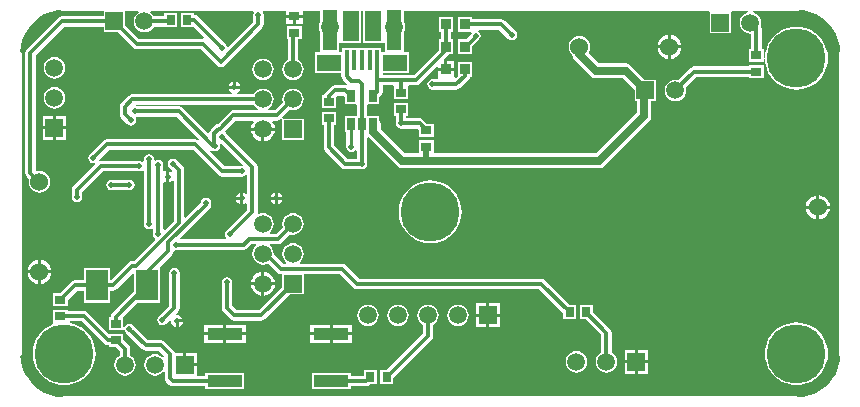
<source format=gtl>
G04 Layer_Physical_Order=1*
G04 Layer_Color=255*
%FSLAX24Y24*%
%MOIN*%
G70*
G01*
G75*
%ADD10R,0.0354X0.0315*%
%ADD11R,0.0748X0.1024*%
%ADD12R,0.1181X0.0394*%
%ADD13R,0.0354X0.0374*%
%ADD14R,0.0157X0.0689*%
%ADD15R,0.0561X0.0984*%
%ADD16R,0.0512X0.1339*%
%ADD17R,0.0315X0.0354*%
%ADD18R,0.0256X0.0433*%
%ADD19C,0.0140*%
%ADD20C,0.0100*%
%ADD21C,0.0280*%
%ADD22C,0.0200*%
%ADD23C,0.0200*%
%ADD24R,0.0591X0.0591*%
%ADD25C,0.0591*%
%ADD26R,0.0591X0.0591*%
%ADD27C,0.0600*%
%ADD28C,0.1969*%
%ADD29C,0.0472*%
%ADD30R,0.0787X0.0575*%
G36*
X7910Y12947D02*
X7890Y12916D01*
X7877Y12850D01*
Y12622D01*
X7057Y11802D01*
X7035Y11809D01*
X7006Y11822D01*
X6973Y11873D01*
X6023Y12823D01*
X5966Y12860D01*
X5900Y12873D01*
X5893D01*
Y12937D01*
X5458D01*
Y12463D01*
X5892D01*
X6238Y12117D01*
X6214Y12071D01*
X6200Y12073D01*
X4072D01*
X3605Y12540D01*
Y12997D01*
X4037D01*
X4054Y12947D01*
X3997Y12903D01*
X3940Y12829D01*
X3904Y12743D01*
X3892Y12650D01*
X3904Y12557D01*
X3940Y12471D01*
X3997Y12397D01*
X4071Y12340D01*
X4157Y12304D01*
X4250Y12292D01*
X4343Y12304D01*
X4429Y12340D01*
X4503Y12397D01*
X4560Y12471D01*
X4563Y12477D01*
X4907D01*
Y12463D01*
X5342D01*
Y12937D01*
X4907D01*
Y12823D01*
X4563D01*
X4560Y12829D01*
X4503Y12903D01*
X4446Y12947D01*
X4463Y12997D01*
X7884D01*
X7910Y12947D01*
D02*
G37*
G36*
X11533Y11942D02*
X12215D01*
Y11942D01*
X12257Y11924D01*
X12257Y11637D01*
X12214Y11619D01*
X12159D01*
X12151Y11666D01*
Y11757D01*
X10849D01*
Y11666D01*
X10841Y11619D01*
X10786D01*
X10743Y11637D01*
X10743Y11669D01*
Y11924D01*
X10785Y11942D01*
Y11942D01*
X11466D01*
Y12997D01*
X11533D01*
Y11942D01*
D02*
G37*
G36*
X26213Y13021D02*
X26437Y12968D01*
X26649Y12880D01*
X26845Y12760D01*
X27020Y12611D01*
X27169Y12436D01*
X27289Y12240D01*
X27377Y12028D01*
X27431Y11804D01*
X27441Y11669D01*
X27418Y11634D01*
X27406Y11575D01*
Y1575D01*
X27418Y1516D01*
X27441Y1481D01*
X27431Y1346D01*
X27377Y1122D01*
X27289Y910D01*
X27169Y714D01*
X27020Y539D01*
X26845Y390D01*
X26649Y270D01*
X26437Y182D01*
X26213Y129D01*
X26078Y118D01*
X26043Y141D01*
X25984Y153D01*
X1575D01*
X1516Y141D01*
X1481Y118D01*
X1346Y129D01*
X1122Y182D01*
X910Y270D01*
X714Y390D01*
X539Y539D01*
X390Y714D01*
X270Y910D01*
X182Y1122D01*
X129Y1346D01*
X118Y1481D01*
X141Y1516D01*
X153Y1575D01*
Y11575D01*
X141Y11634D01*
X118Y11669D01*
X129Y11804D01*
X182Y12028D01*
X270Y12240D01*
X390Y12436D01*
X539Y12611D01*
X714Y12760D01*
X910Y12880D01*
X1122Y12968D01*
X1346Y13021D01*
X1481Y13032D01*
X1516Y13009D01*
X1575Y12997D01*
X2895D01*
Y12823D01*
X1500D01*
X1434Y12810D01*
X1377Y12773D01*
X327Y11723D01*
X290Y11666D01*
X277Y11600D01*
Y7600D01*
X290Y7534D01*
X327Y7477D01*
X403Y7402D01*
X399Y7394D01*
X387Y7300D01*
X399Y7206D01*
X436Y7118D01*
X493Y7043D01*
X568Y6986D01*
X656Y6949D01*
X750Y6937D01*
X844Y6949D01*
X932Y6986D01*
X1007Y7043D01*
X1064Y7118D01*
X1101Y7206D01*
X1113Y7300D01*
X1101Y7394D01*
X1064Y7482D01*
X1007Y7557D01*
X932Y7614D01*
X844Y7651D01*
X750Y7663D01*
X665Y7652D01*
X632Y7678D01*
X623Y7688D01*
Y11528D01*
X1572Y12477D01*
X2895D01*
Y12295D01*
X3360D01*
X3877Y11777D01*
X3934Y11740D01*
X4000Y11727D01*
X6128D01*
X6677Y11177D01*
X6734Y11140D01*
X6800Y11127D01*
X6866Y11140D01*
X6923Y11177D01*
X8173Y12427D01*
X8210Y12484D01*
X8223Y12550D01*
Y12850D01*
X8210Y12916D01*
X8190Y12947D01*
X8216Y12997D01*
X8973D01*
Y12876D01*
X9527D01*
Y12997D01*
X10111D01*
Y12631D01*
X10081Y12558D01*
X10069Y12465D01*
X10081Y12372D01*
X10111Y12299D01*
Y11669D01*
X10111Y11637D01*
X10069Y11619D01*
X9934D01*
Y10925D01*
X10815D01*
Y10812D01*
X10828Y10745D01*
X10866Y10689D01*
X10989Y10566D01*
X10964Y10520D01*
X10948Y10523D01*
X10600D01*
X10534Y10510D01*
X10477Y10473D01*
X10277Y10273D01*
X10240Y10216D01*
X10235Y10193D01*
X10163D01*
Y9758D01*
X10637D01*
Y10142D01*
X10672Y10177D01*
X10877D01*
X10938Y10115D01*
Y9896D01*
X11314Y9896D01*
X11327Y9851D01*
Y9504D01*
X10938D01*
Y8951D01*
X10973D01*
Y8474D01*
X10985Y8415D01*
X10998Y8396D01*
X10999Y8388D01*
X11035Y8335D01*
X11088Y8299D01*
X11150Y8287D01*
X11212Y8299D01*
X11265Y8335D01*
X11277Y8352D01*
X11327Y8336D01*
Y8073D01*
X11022D01*
X10573Y8522D01*
Y9207D01*
X10637D01*
Y9642D01*
X10163D01*
Y9207D01*
X10227D01*
Y8450D01*
X10240Y8384D01*
X10277Y8327D01*
X10827Y7777D01*
X10884Y7740D01*
X10950Y7727D01*
X11500D01*
X11566Y7740D01*
X11623Y7777D01*
X11660Y7834D01*
X11673Y7900D01*
Y8760D01*
X11723Y8781D01*
X12677Y7827D01*
X12756Y7774D01*
X12850Y7755D01*
X19400D01*
X19494Y7774D01*
X19573Y7827D01*
X21073Y9327D01*
X21126Y9406D01*
X21145Y9500D01*
Y9995D01*
X21305D01*
Y10705D01*
X20941D01*
X20473Y11173D01*
X20394Y11226D01*
X20300Y11245D01*
X19401D01*
X19048Y11598D01*
X19064Y11618D01*
X19101Y11706D01*
X19113Y11800D01*
X19101Y11894D01*
X19064Y11982D01*
X19007Y12057D01*
X18932Y12114D01*
X18844Y12151D01*
X18750Y12163D01*
X18656Y12151D01*
X18568Y12114D01*
X18493Y12057D01*
X18436Y11982D01*
X18399Y11894D01*
X18387Y11800D01*
X18399Y11706D01*
X18436Y11618D01*
X18493Y11543D01*
X18509Y11531D01*
X18524Y11456D01*
X18577Y11377D01*
X19127Y10827D01*
X19206Y10774D01*
X19300Y10755D01*
X20199D01*
X20595Y10359D01*
Y9995D01*
X20655D01*
Y9601D01*
X19299Y8245D01*
X13932D01*
X13887Y8257D01*
Y8692D01*
X13413D01*
Y8257D01*
X13368Y8245D01*
X12951D01*
X12119Y9077D01*
Y9228D01*
X12100Y9321D01*
X12062Y9378D01*
Y9504D01*
X11673D01*
Y9851D01*
X11686Y9896D01*
X12062D01*
Y10115D01*
X12134Y10188D01*
X12172Y10244D01*
X12185Y10310D01*
Y10527D01*
X12527D01*
X12563Y10493D01*
Y10058D01*
X13037D01*
Y10493D01*
X13073Y10527D01*
X13300D01*
X13366Y10540D01*
X13423Y10577D01*
X13977Y11132D01*
X14023Y11112D01*
Y11100D01*
X14250D01*
Y11337D01*
X14247D01*
X14228Y11383D01*
X14398Y11553D01*
X14537D01*
Y12047D01*
X14473D01*
Y12303D01*
X14537D01*
Y12797D01*
X14063D01*
Y12303D01*
X14127D01*
Y12047D01*
X14063D01*
Y11708D01*
X13228Y10873D01*
X12185D01*
Y10925D01*
X13066D01*
Y11619D01*
X12931D01*
X12889Y11637D01*
X12889Y11669D01*
Y12299D01*
X12919Y12372D01*
X12931Y12465D01*
X12919Y12558D01*
X12889Y12631D01*
Y12997D01*
X23075D01*
X23095Y12955D01*
X23095Y12947D01*
Y12245D01*
X23805D01*
Y12947D01*
X23805Y12955D01*
X23825Y12997D01*
X24361D01*
X24364Y12947D01*
X24357Y12946D01*
X24271Y12910D01*
X24197Y12853D01*
X24140Y12779D01*
X24104Y12693D01*
X24092Y12600D01*
X24104Y12507D01*
X24140Y12421D01*
X24197Y12347D01*
X24271Y12290D01*
X24357Y12254D01*
X24450Y12242D01*
X24477Y12218D01*
Y11743D01*
X24413D01*
Y11308D01*
X24887D01*
Y11410D01*
X24937Y11412D01*
X24940Y11374D01*
X24950Y11253D01*
X24988Y11094D01*
X25051Y10942D01*
X25137Y10802D01*
X25244Y10677D01*
X25369Y10570D01*
X25509Y10484D01*
X25661Y10421D01*
X25820Y10383D01*
X25984Y10370D01*
X26148Y10383D01*
X26308Y10421D01*
X26460Y10484D01*
X26600Y10570D01*
X26725Y10677D01*
X26832Y10802D01*
X26918Y10942D01*
X26980Y11094D01*
X27019Y11253D01*
X27032Y11417D01*
X27019Y11581D01*
X26980Y11741D01*
X26918Y11893D01*
X26832Y12033D01*
X26725Y12158D01*
X26600Y12265D01*
X26460Y12351D01*
X26308Y12414D01*
X26148Y12452D01*
X25984Y12465D01*
X25820Y12452D01*
X25661Y12414D01*
X25509Y12351D01*
X25369Y12265D01*
X25244Y12158D01*
X25137Y12033D01*
X25051Y11893D01*
X24988Y11741D01*
X24950Y11581D01*
X24940Y11460D01*
X24937Y11422D01*
X24887Y11424D01*
Y11743D01*
X24823D01*
Y12400D01*
X24810Y12466D01*
X24791Y12495D01*
X24796Y12507D01*
X24808Y12600D01*
X24796Y12693D01*
X24760Y12779D01*
X24703Y12853D01*
X24629Y12910D01*
X24543Y12946D01*
X24536Y12947D01*
X24539Y12997D01*
X25984D01*
X26043Y13009D01*
X26078Y13032D01*
X26213Y13021D01*
D02*
G37*
%LPC*%
G36*
X9527Y12776D02*
X9300D01*
Y12568D01*
X9527D01*
Y12776D01*
D02*
G37*
G36*
X9200D02*
X8973D01*
Y12568D01*
X9200D01*
Y12776D01*
D02*
G37*
G36*
X15167Y12797D02*
X14693D01*
Y12303D01*
X15131D01*
X15158Y12253D01*
X15149Y12240D01*
X15148Y12235D01*
X14961Y12047D01*
X14693D01*
Y11553D01*
X15167D01*
Y11821D01*
X15395Y12049D01*
X15415Y12062D01*
X15451Y12115D01*
X15463Y12178D01*
X15451Y12240D01*
X15415Y12293D01*
X15365Y12327D01*
X15365Y12330D01*
X15387Y12377D01*
X16078D01*
X16377Y12077D01*
X16434Y12040D01*
X16500Y12027D01*
X16566Y12040D01*
X16623Y12077D01*
X16660Y12134D01*
X16673Y12200D01*
X16660Y12266D01*
X16623Y12323D01*
X16273Y12673D01*
X16216Y12710D01*
X16150Y12723D01*
X15167D01*
Y12797D01*
D02*
G37*
G36*
X21800Y12197D02*
Y11850D01*
X22147D01*
X22140Y11904D01*
X22099Y12002D01*
X22035Y12085D01*
X21952Y12149D01*
X21854Y12190D01*
X21800Y12197D01*
D02*
G37*
G36*
X21700D02*
X21646Y12190D01*
X21548Y12149D01*
X21465Y12085D01*
X21401Y12002D01*
X21360Y11904D01*
X21353Y11850D01*
X21700D01*
Y12197D01*
D02*
G37*
G36*
X22147Y11750D02*
X21800D01*
Y11403D01*
X21854Y11410D01*
X21952Y11451D01*
X22035Y11515D01*
X22099Y11598D01*
X22140Y11696D01*
X22147Y11750D01*
D02*
G37*
G36*
X21700D02*
X21353D01*
X21360Y11696D01*
X21401Y11598D01*
X21465Y11515D01*
X21548Y11451D01*
X21646Y11410D01*
X21700Y11403D01*
Y11750D01*
D02*
G37*
G36*
X14577Y11337D02*
X14350D01*
Y11100D01*
X14577D01*
Y11337D01*
D02*
G37*
G36*
X15167Y11297D02*
X14693D01*
Y10838D01*
X14627Y10772D01*
X14577Y10793D01*
Y11000D01*
X14300D01*
X14023D01*
Y10773D01*
X14023Y10763D01*
X13998Y10723D01*
X13850D01*
X13784Y10710D01*
X13727Y10673D01*
X13690Y10616D01*
X13677Y10550D01*
X13690Y10484D01*
X13727Y10427D01*
X13784Y10390D01*
X13850Y10377D01*
X14650D01*
X14716Y10390D01*
X14773Y10427D01*
X15052Y10707D01*
X15052Y10707D01*
X15090Y10764D01*
X15098Y10803D01*
X15167D01*
Y11297D01*
D02*
G37*
G36*
X24887Y11192D02*
X24413D01*
Y11148D01*
X22574D01*
X22508Y11135D01*
X22452Y11097D01*
X22049Y10694D01*
X22043Y10696D01*
X21950Y10708D01*
X21857Y10696D01*
X21771Y10660D01*
X21697Y10603D01*
X21640Y10529D01*
X21604Y10443D01*
X21592Y10350D01*
X21604Y10257D01*
X21640Y10171D01*
X21697Y10097D01*
X21771Y10040D01*
X21857Y10004D01*
X21950Y9992D01*
X22043Y10004D01*
X22129Y10040D01*
X22203Y10097D01*
X22260Y10171D01*
X22296Y10257D01*
X22308Y10350D01*
X22296Y10443D01*
X22294Y10449D01*
X22646Y10801D01*
X24413D01*
Y10757D01*
X24887D01*
Y11192D01*
D02*
G37*
G36*
X1250Y11458D02*
X1157Y11446D01*
X1071Y11410D01*
X997Y11353D01*
X940Y11279D01*
X904Y11193D01*
X892Y11100D01*
X904Y11007D01*
X940Y10921D01*
X997Y10847D01*
X1071Y10790D01*
X1157Y10754D01*
X1250Y10742D01*
X1343Y10754D01*
X1429Y10790D01*
X1503Y10847D01*
X1560Y10921D01*
X1596Y11007D01*
X1608Y11100D01*
X1596Y11193D01*
X1560Y11279D01*
X1503Y11353D01*
X1429Y11410D01*
X1343Y11446D01*
X1250Y11458D01*
D02*
G37*
G36*
X9487Y12492D02*
X9013D01*
Y12057D01*
X9027D01*
Y11363D01*
X9021Y11360D01*
X8947Y11303D01*
X8890Y11229D01*
X8854Y11143D01*
X8842Y11050D01*
X8854Y10957D01*
X8890Y10871D01*
X8947Y10797D01*
X9021Y10740D01*
X9107Y10704D01*
X9200Y10692D01*
X9293Y10704D01*
X9379Y10740D01*
X9453Y10797D01*
X9510Y10871D01*
X9546Y10957D01*
X9558Y11050D01*
X9546Y11143D01*
X9510Y11229D01*
X9453Y11303D01*
X9379Y11360D01*
X9373Y11363D01*
Y12057D01*
X9487D01*
Y12492D01*
D02*
G37*
G36*
X8200Y11408D02*
X8107Y11396D01*
X8021Y11360D01*
X7947Y11303D01*
X7890Y11229D01*
X7854Y11143D01*
X7842Y11050D01*
X7854Y10957D01*
X7890Y10871D01*
X7947Y10797D01*
X8021Y10740D01*
X8107Y10704D01*
X8200Y10692D01*
X8293Y10704D01*
X8379Y10740D01*
X8453Y10797D01*
X8510Y10871D01*
X8546Y10957D01*
X8558Y11050D01*
X8546Y11143D01*
X8510Y11229D01*
X8453Y11303D01*
X8379Y11360D01*
X8293Y11396D01*
X8200Y11408D01*
D02*
G37*
G36*
X7300Y10644D02*
Y10500D01*
X7444D01*
X7438Y10528D01*
X7394Y10594D01*
X7328Y10638D01*
X7300Y10644D01*
D02*
G37*
G36*
X7200D02*
X7172Y10638D01*
X7106Y10594D01*
X7062Y10528D01*
X7056Y10500D01*
X7200D01*
Y10644D01*
D02*
G37*
G36*
X1250Y10458D02*
X1157Y10446D01*
X1071Y10410D01*
X997Y10353D01*
X940Y10279D01*
X904Y10193D01*
X892Y10100D01*
X904Y10007D01*
X940Y9921D01*
X997Y9847D01*
X1071Y9790D01*
X1157Y9754D01*
X1250Y9742D01*
X1343Y9754D01*
X1429Y9790D01*
X1503Y9847D01*
X1560Y9921D01*
X1596Y10007D01*
X1608Y10100D01*
X1596Y10193D01*
X1560Y10279D01*
X1503Y10353D01*
X1429Y10410D01*
X1343Y10446D01*
X1250Y10458D01*
D02*
G37*
G36*
X9200Y10408D02*
X9107Y10396D01*
X9021Y10360D01*
X8947Y10303D01*
X8890Y10229D01*
X8854Y10143D01*
X8842Y10050D01*
X8854Y9957D01*
X8856Y9951D01*
X8593Y9689D01*
X8387D01*
X8377Y9739D01*
X8379Y9740D01*
X8453Y9797D01*
X8510Y9871D01*
X8546Y9957D01*
X8558Y10050D01*
X8546Y10143D01*
X8510Y10229D01*
X8453Y10303D01*
X8379Y10360D01*
X8293Y10396D01*
X8200Y10408D01*
X8107Y10396D01*
X8021Y10360D01*
X7947Y10303D01*
X7890Y10229D01*
X7887Y10223D01*
X7361D01*
X7346Y10273D01*
X7394Y10306D01*
X7438Y10372D01*
X7444Y10400D01*
X7056D01*
X7062Y10372D01*
X7106Y10306D01*
X7154Y10273D01*
X7139Y10223D01*
X3850D01*
X3784Y10210D01*
X3727Y10173D01*
X3477Y9923D01*
X3440Y9866D01*
X3427Y9800D01*
Y9550D01*
X3440Y9484D01*
X3477Y9427D01*
X3677Y9227D01*
X3734Y9190D01*
X3800Y9177D01*
X3866Y9190D01*
X3923Y9227D01*
X3960Y9284D01*
X3973Y9350D01*
X3960Y9416D01*
X3953Y9427D01*
X3980Y9477D01*
X5328D01*
X6071Y8733D01*
X6040Y8695D01*
X6016Y8710D01*
X5950Y8723D01*
X3000D01*
X2934Y8710D01*
X2877Y8673D01*
X2427Y8223D01*
X2390Y8166D01*
X2377Y8100D01*
X2390Y8034D01*
X2427Y7977D01*
X2484Y7940D01*
X2550Y7927D01*
X2592Y7935D01*
X2616Y7889D01*
X1877Y7150D01*
X1840Y7094D01*
X1827Y7028D01*
Y6800D01*
X1840Y6734D01*
X1877Y6677D01*
X1934Y6640D01*
X2000Y6627D01*
X2066Y6640D01*
X2123Y6677D01*
X2160Y6734D01*
X2173Y6800D01*
Y6956D01*
X2872Y7654D01*
X4078D01*
X4144Y7667D01*
X4177Y7689D01*
X4227Y7663D01*
Y5900D01*
X4240Y5834D01*
X4277Y5777D01*
X4334Y5740D01*
X4400Y5727D01*
X4466Y5740D01*
X4484Y5752D01*
X4534Y5725D01*
Y5557D01*
X4547Y5491D01*
X4585Y5435D01*
X4600Y5425D01*
X4605Y5375D01*
X3895Y4665D01*
X3842D01*
X3776Y4652D01*
X3720Y4614D01*
X3138Y4032D01*
X3088Y4044D01*
Y4422D01*
X2220D01*
Y4023D01*
X1924D01*
X1924Y4023D01*
X1858Y4010D01*
X1802Y3973D01*
X1422Y3593D01*
X1213D01*
Y3158D01*
X1687D01*
Y3368D01*
X1996Y3677D01*
X2220D01*
Y3278D01*
X3088D01*
Y3677D01*
X3201D01*
X3267Y3690D01*
X3323Y3727D01*
X3866Y4270D01*
X3912Y4251D01*
Y3661D01*
X3177Y2926D01*
X3140Y2870D01*
X3127Y2804D01*
Y2793D01*
X3063D01*
Y2358D01*
X3534D01*
X3537Y2358D01*
X3586Y2355D01*
X3590Y2334D01*
X3627Y2277D01*
X4177Y1727D01*
X4177Y1727D01*
X4234Y1690D01*
X4300Y1677D01*
X4728D01*
X4918Y1487D01*
X4914Y1457D01*
X4862Y1443D01*
X4853Y1453D01*
X4779Y1510D01*
X4693Y1546D01*
X4600Y1558D01*
X4507Y1546D01*
X4421Y1510D01*
X4347Y1453D01*
X4290Y1379D01*
X4254Y1293D01*
X4242Y1200D01*
X4254Y1107D01*
X4290Y1021D01*
X4347Y947D01*
X4421Y890D01*
X4507Y854D01*
X4600Y842D01*
X4693Y854D01*
X4779Y890D01*
X4853Y947D01*
X4877Y977D01*
X4927Y960D01*
Y750D01*
X4940Y684D01*
X4977Y627D01*
X5065Y540D01*
X5121Y502D01*
X5187Y489D01*
X6278D01*
Y406D01*
X7579D01*
Y919D01*
X6278D01*
Y836D01*
X5995D01*
Y1150D01*
X5600D01*
Y1200D01*
X5550D01*
Y1595D01*
X5264D01*
X5260Y1616D01*
X5223Y1673D01*
X4923Y1973D01*
X4866Y2010D01*
X4800Y2023D01*
X4372D01*
X3873Y2523D01*
X3816Y2560D01*
X3750Y2573D01*
X3684Y2560D01*
X3627Y2523D01*
X3590Y2466D01*
X3587Y2453D01*
X3537Y2458D01*
Y2793D01*
X3537Y2793D01*
X3537D01*
X3569Y2828D01*
X4020Y3278D01*
X4780D01*
Y4422D01*
X4780D01*
X4762Y4467D01*
X5173Y4877D01*
X5210Y4934D01*
X5223Y5000D01*
X5273Y5038D01*
X5293Y5034D01*
X7557D01*
X7624Y5047D01*
X7680Y5085D01*
X7822Y5227D01*
X7960D01*
X7977Y5177D01*
X7947Y5153D01*
X7890Y5079D01*
X7854Y4993D01*
X7842Y4900D01*
X7854Y4807D01*
X7890Y4721D01*
X7947Y4647D01*
X8021Y4590D01*
X8107Y4554D01*
X8200Y4542D01*
X8293Y4554D01*
X8369Y4586D01*
X8677Y4277D01*
X8734Y4240D01*
X8800Y4227D01*
X8845D01*
Y3790D01*
X8078Y3023D01*
X7322D01*
X7173Y3172D01*
Y3950D01*
X7160Y4016D01*
X7123Y4073D01*
X7066Y4110D01*
X7000Y4123D01*
X6934Y4110D01*
X6877Y4073D01*
X6840Y4016D01*
X6827Y3950D01*
Y3100D01*
X6840Y3034D01*
X6877Y2977D01*
X7127Y2727D01*
X7184Y2690D01*
X7250Y2677D01*
X8150D01*
X8216Y2690D01*
X8273Y2727D01*
X9090Y3545D01*
X9555D01*
Y4227D01*
X10778D01*
X11227Y3777D01*
X11284Y3740D01*
X11350Y3727D01*
X17403D01*
X18207Y2922D01*
Y2713D01*
X18642D01*
Y3187D01*
X18432D01*
X17597Y4023D01*
X17541Y4060D01*
X17474Y4073D01*
X11422D01*
X10973Y4523D01*
X10916Y4560D01*
X10850Y4573D01*
X9440D01*
X9423Y4623D01*
X9453Y4647D01*
X9510Y4721D01*
X9546Y4807D01*
X9558Y4900D01*
X9546Y4993D01*
X9510Y5079D01*
X9453Y5153D01*
X9379Y5210D01*
X9293Y5246D01*
X9200Y5258D01*
X9107Y5246D01*
X9021Y5210D01*
X8947Y5153D01*
X8890Y5079D01*
X8854Y4993D01*
X8842Y4900D01*
X8854Y4807D01*
X8890Y4721D01*
X8947Y4647D01*
X8977Y4623D01*
X8960Y4573D01*
X8872D01*
X8557Y4888D01*
X8558Y4900D01*
X8546Y4993D01*
X8510Y5079D01*
X8453Y5153D01*
X8423Y5177D01*
X8440Y5227D01*
X8700D01*
X8766Y5240D01*
X8823Y5277D01*
X9101Y5556D01*
X9107Y5554D01*
X9200Y5542D01*
X9293Y5554D01*
X9379Y5590D01*
X9453Y5647D01*
X9510Y5721D01*
X9546Y5807D01*
X9558Y5900D01*
X9546Y5993D01*
X9510Y6079D01*
X9453Y6153D01*
X9379Y6210D01*
X9293Y6246D01*
X9200Y6258D01*
X9107Y6246D01*
X9021Y6210D01*
X8947Y6153D01*
X8890Y6079D01*
X8854Y5993D01*
X8842Y5900D01*
X8854Y5807D01*
X8856Y5801D01*
X8628Y5573D01*
X8440D01*
X8423Y5623D01*
X8453Y5647D01*
X8510Y5721D01*
X8546Y5807D01*
X8558Y5900D01*
X8546Y5993D01*
X8510Y6079D01*
X8453Y6153D01*
X8379Y6210D01*
X8293Y6246D01*
X8200Y6258D01*
X8107Y6246D01*
X8060Y6226D01*
X8016Y6262D01*
X8023Y6300D01*
Y7800D01*
X8023Y7800D01*
X8010Y7866D01*
X7973Y7923D01*
X6973Y8923D01*
X6952Y8936D01*
X6946Y9001D01*
X7287Y9342D01*
X7863D01*
X7887Y9292D01*
X7855Y9249D01*
X7815Y9153D01*
X7808Y9100D01*
X8200D01*
X8592D01*
X8585Y9153D01*
X8545Y9249D01*
X8513Y9292D01*
X8537Y9342D01*
X8665D01*
X8732Y9355D01*
X8788Y9393D01*
X8795Y9400D01*
X8845Y9379D01*
X8845Y9366D01*
X8845Y9366D01*
X8845Y9366D01*
Y8695D01*
X9555D01*
Y9405D01*
X8884Y9405D01*
X8884D01*
X8884D01*
X8871Y9405D01*
X8863Y9426D01*
X8850Y9455D01*
X9101Y9706D01*
X9107Y9704D01*
X9200Y9692D01*
X9293Y9704D01*
X9379Y9740D01*
X9453Y9797D01*
X9510Y9871D01*
X9546Y9957D01*
X9558Y10050D01*
X9546Y10143D01*
X9510Y10229D01*
X9453Y10303D01*
X9379Y10360D01*
X9293Y10396D01*
X9200Y10408D01*
D02*
G37*
G36*
X1645Y9495D02*
X1300D01*
Y9150D01*
X1645D01*
Y9495D01*
D02*
G37*
G36*
X1200D02*
X855D01*
Y9150D01*
X1200D01*
Y9495D01*
D02*
G37*
G36*
X13037Y9942D02*
X12563D01*
Y9507D01*
X12627D01*
Y9250D01*
X12640Y9184D01*
X12677Y9127D01*
X12734Y9090D01*
X12800Y9077D01*
X13354D01*
X13413Y9018D01*
Y8808D01*
X13887D01*
Y9243D01*
X13678D01*
X13548Y9373D01*
X13492Y9410D01*
X13426Y9423D01*
X12973D01*
Y9507D01*
X13037D01*
Y9942D01*
D02*
G37*
G36*
X1645Y9050D02*
X1300D01*
Y8705D01*
X1645D01*
Y9050D01*
D02*
G37*
G36*
X1200D02*
X855D01*
Y8705D01*
X1200D01*
Y9050D01*
D02*
G37*
G36*
X8592Y9000D02*
X8250D01*
Y8658D01*
X8303Y8665D01*
X8399Y8705D01*
X8482Y8768D01*
X8545Y8851D01*
X8585Y8947D01*
X8592Y9000D01*
D02*
G37*
G36*
X8150D02*
X7808D01*
X7815Y8947D01*
X7855Y8851D01*
X7918Y8768D01*
X8001Y8705D01*
X8097Y8665D01*
X8150Y8658D01*
Y9000D01*
D02*
G37*
G36*
X3750Y7373D02*
X3150D01*
X3084Y7360D01*
X3027Y7323D01*
X2990Y7266D01*
X2977Y7200D01*
X2990Y7134D01*
X3027Y7077D01*
X3084Y7040D01*
X3150Y7027D01*
X3750D01*
X3816Y7040D01*
X3873Y7077D01*
X3910Y7134D01*
X3923Y7200D01*
X3910Y7266D01*
X3873Y7323D01*
X3816Y7360D01*
X3750Y7373D01*
D02*
G37*
G36*
X8700Y6944D02*
Y6800D01*
X8844D01*
X8838Y6828D01*
X8794Y6894D01*
X8728Y6938D01*
X8700Y6944D01*
D02*
G37*
G36*
X8600D02*
X8572Y6938D01*
X8506Y6894D01*
X8462Y6828D01*
X8456Y6800D01*
X8600D01*
Y6944D01*
D02*
G37*
G36*
X8844Y6700D02*
X8700D01*
Y6556D01*
X8728Y6562D01*
X8794Y6606D01*
X8838Y6672D01*
X8844Y6700D01*
D02*
G37*
G36*
X8600D02*
X8456D01*
X8462Y6672D01*
X8506Y6606D01*
X8572Y6562D01*
X8600Y6556D01*
Y6700D01*
D02*
G37*
G36*
X26750Y6847D02*
Y6500D01*
X27097D01*
X27090Y6554D01*
X27049Y6652D01*
X26985Y6735D01*
X26902Y6799D01*
X26804Y6840D01*
X26750Y6847D01*
D02*
G37*
G36*
X26650D02*
X26596Y6840D01*
X26498Y6799D01*
X26415Y6735D01*
X26351Y6652D01*
X26310Y6554D01*
X26303Y6500D01*
X26650D01*
Y6847D01*
D02*
G37*
G36*
X27097Y6400D02*
X26750D01*
Y6053D01*
X26804Y6060D01*
X26902Y6101D01*
X26985Y6165D01*
X27049Y6248D01*
X27090Y6346D01*
X27097Y6400D01*
D02*
G37*
G36*
X26650D02*
X26303D01*
X26310Y6346D01*
X26351Y6248D01*
X26415Y6165D01*
X26498Y6101D01*
X26596Y6060D01*
X26650Y6053D01*
Y6400D01*
D02*
G37*
G36*
X13780Y7347D02*
X13616Y7334D01*
X13456Y7295D01*
X13304Y7233D01*
X13164Y7147D01*
X13039Y7040D01*
X12932Y6915D01*
X12846Y6775D01*
X12783Y6623D01*
X12745Y6463D01*
X12732Y6299D01*
X12745Y6135D01*
X12783Y5976D01*
X12846Y5824D01*
X12932Y5684D01*
X13039Y5559D01*
X13164Y5452D01*
X13304Y5366D01*
X13456Y5303D01*
X13616Y5265D01*
X13780Y5252D01*
X13943Y5265D01*
X14103Y5303D01*
X14255Y5366D01*
X14395Y5452D01*
X14520Y5559D01*
X14627Y5684D01*
X14713Y5824D01*
X14776Y5976D01*
X14814Y6135D01*
X14827Y6299D01*
X14814Y6463D01*
X14776Y6623D01*
X14713Y6775D01*
X14627Y6915D01*
X14520Y7040D01*
X14395Y7147D01*
X14255Y7233D01*
X14103Y7295D01*
X13943Y7334D01*
X13780Y7347D01*
D02*
G37*
G36*
X800Y4697D02*
Y4350D01*
X1147D01*
X1140Y4404D01*
X1099Y4502D01*
X1035Y4585D01*
X952Y4649D01*
X854Y4690D01*
X800Y4697D01*
D02*
G37*
G36*
X700D02*
X646Y4690D01*
X548Y4649D01*
X465Y4585D01*
X401Y4502D01*
X360Y4404D01*
X353Y4350D01*
X700D01*
Y4697D01*
D02*
G37*
G36*
X8250Y4292D02*
Y3950D01*
X8592D01*
X8585Y4003D01*
X8545Y4099D01*
X8482Y4182D01*
X8399Y4245D01*
X8303Y4285D01*
X8250Y4292D01*
D02*
G37*
G36*
X8150D02*
X8097Y4285D01*
X8001Y4245D01*
X7918Y4182D01*
X7855Y4099D01*
X7815Y4003D01*
X7808Y3950D01*
X8150D01*
Y4292D01*
D02*
G37*
G36*
X1147Y4250D02*
X800D01*
Y3903D01*
X854Y3910D01*
X952Y3951D01*
X1035Y4015D01*
X1099Y4098D01*
X1140Y4196D01*
X1147Y4250D01*
D02*
G37*
G36*
X700D02*
X353D01*
X360Y4196D01*
X401Y4098D01*
X465Y4015D01*
X548Y3951D01*
X646Y3910D01*
X700Y3903D01*
Y4250D01*
D02*
G37*
G36*
X8592Y3850D02*
X8250D01*
Y3508D01*
X8303Y3515D01*
X8399Y3555D01*
X8482Y3618D01*
X8545Y3701D01*
X8585Y3797D01*
X8592Y3850D01*
D02*
G37*
G36*
X8150D02*
X7808D01*
X7815Y3797D01*
X7855Y3701D01*
X7918Y3618D01*
X8001Y3555D01*
X8097Y3515D01*
X8150Y3508D01*
Y3850D01*
D02*
G37*
G36*
X16095Y3245D02*
X15750D01*
Y2900D01*
X16095D01*
Y3245D01*
D02*
G37*
G36*
X15650D02*
X15305D01*
Y2900D01*
X15650D01*
Y3245D01*
D02*
G37*
G36*
X14700Y3208D02*
X14607Y3196D01*
X14521Y3160D01*
X14447Y3103D01*
X14390Y3029D01*
X14354Y2943D01*
X14342Y2850D01*
X14354Y2757D01*
X14390Y2671D01*
X14447Y2597D01*
X14521Y2540D01*
X14607Y2504D01*
X14700Y2492D01*
X14793Y2504D01*
X14879Y2540D01*
X14953Y2597D01*
X15010Y2671D01*
X15046Y2757D01*
X15058Y2850D01*
X15046Y2943D01*
X15010Y3029D01*
X14953Y3103D01*
X14879Y3160D01*
X14793Y3196D01*
X14700Y3208D01*
D02*
G37*
G36*
X12700D02*
X12607Y3196D01*
X12521Y3160D01*
X12447Y3103D01*
X12390Y3029D01*
X12354Y2943D01*
X12342Y2850D01*
X12354Y2757D01*
X12390Y2671D01*
X12447Y2597D01*
X12521Y2540D01*
X12607Y2504D01*
X12700Y2492D01*
X12793Y2504D01*
X12879Y2540D01*
X12953Y2597D01*
X13010Y2671D01*
X13046Y2757D01*
X13058Y2850D01*
X13046Y2943D01*
X13010Y3029D01*
X12953Y3103D01*
X12879Y3160D01*
X12793Y3196D01*
X12700Y3208D01*
D02*
G37*
G36*
X11700D02*
X11607Y3196D01*
X11521Y3160D01*
X11447Y3103D01*
X11390Y3029D01*
X11354Y2943D01*
X11342Y2850D01*
X11354Y2757D01*
X11390Y2671D01*
X11447Y2597D01*
X11521Y2540D01*
X11607Y2504D01*
X11700Y2492D01*
X11793Y2504D01*
X11879Y2540D01*
X11953Y2597D01*
X12010Y2671D01*
X12046Y2757D01*
X12058Y2850D01*
X12046Y2943D01*
X12010Y3029D01*
X11953Y3103D01*
X11879Y3160D01*
X11793Y3196D01*
X11700Y3208D01*
D02*
G37*
G36*
X5531Y2613D02*
X5387D01*
Y2469D01*
X5415Y2474D01*
X5482Y2518D01*
X5526Y2585D01*
X5531Y2613D01*
D02*
G37*
G36*
X5250Y4436D02*
X5184Y4423D01*
X5127Y4385D01*
X5090Y4329D01*
X5077Y4263D01*
Y3172D01*
X4727Y2823D01*
X4690Y2766D01*
X4677Y2700D01*
X4690Y2634D01*
X4727Y2577D01*
X4784Y2540D01*
X4850Y2527D01*
X4916Y2540D01*
X4973Y2577D01*
X5089Y2694D01*
X5135Y2669D01*
X5133Y2663D01*
X5149Y2585D01*
X5193Y2518D01*
X5259Y2474D01*
X5287Y2469D01*
Y2663D01*
X5337D01*
Y2713D01*
X5531D01*
X5526Y2741D01*
X5482Y2807D01*
X5415Y2851D01*
X5337Y2867D01*
X5331Y2865D01*
X5306Y2911D01*
X5373Y2977D01*
X5410Y3034D01*
X5423Y3100D01*
Y4263D01*
X5410Y4329D01*
X5373Y4385D01*
X5316Y4423D01*
X5250Y4436D01*
D02*
G37*
G36*
X16095Y2800D02*
X15750D01*
Y2455D01*
X16095D01*
Y2800D01*
D02*
G37*
G36*
X15650D02*
X15305D01*
Y2455D01*
X15650D01*
Y2800D01*
D02*
G37*
G36*
X11162Y2534D02*
X10522D01*
Y2287D01*
X11162D01*
Y2534D01*
D02*
G37*
G36*
X7619D02*
X6978D01*
Y2287D01*
X7619D01*
Y2534D01*
D02*
G37*
G36*
X6878D02*
X6238D01*
Y2287D01*
X6878D01*
Y2534D01*
D02*
G37*
G36*
X10422D02*
X9781D01*
Y2287D01*
X10422D01*
Y2534D01*
D02*
G37*
G36*
X11162Y2187D02*
X10522D01*
Y1941D01*
X11162D01*
Y2187D01*
D02*
G37*
G36*
X10422D02*
X9781D01*
Y1941D01*
X10422D01*
Y2187D01*
D02*
G37*
G36*
X7619D02*
X6978D01*
Y1941D01*
X7619D01*
Y2187D01*
D02*
G37*
G36*
X6878D02*
X6238D01*
Y1941D01*
X6878D01*
Y2187D01*
D02*
G37*
G36*
X21045Y1695D02*
X20700D01*
Y1350D01*
X21045D01*
Y1695D01*
D02*
G37*
G36*
X20600D02*
X20255D01*
Y1350D01*
X20600D01*
Y1695D01*
D02*
G37*
G36*
X5995Y1595D02*
X5650D01*
Y1250D01*
X5995D01*
Y1595D01*
D02*
G37*
G36*
X19193Y3187D02*
X18758D01*
Y2713D01*
X18968D01*
X19477Y2204D01*
Y1613D01*
X19471Y1610D01*
X19397Y1553D01*
X19340Y1479D01*
X19304Y1393D01*
X19292Y1300D01*
X19304Y1207D01*
X19340Y1121D01*
X19397Y1047D01*
X19471Y990D01*
X19557Y954D01*
X19650Y942D01*
X19743Y954D01*
X19829Y990D01*
X19903Y1047D01*
X19960Y1121D01*
X19996Y1207D01*
X20008Y1300D01*
X19996Y1393D01*
X19960Y1479D01*
X19903Y1553D01*
X19829Y1610D01*
X19823Y1613D01*
Y2276D01*
X19810Y2342D01*
X19773Y2398D01*
X19193Y2978D01*
Y3187D01*
D02*
G37*
G36*
X18650Y1658D02*
X18557Y1646D01*
X18471Y1610D01*
X18397Y1553D01*
X18340Y1479D01*
X18304Y1393D01*
X18292Y1300D01*
X18304Y1207D01*
X18340Y1121D01*
X18397Y1047D01*
X18471Y990D01*
X18557Y954D01*
X18650Y942D01*
X18743Y954D01*
X18829Y990D01*
X18903Y1047D01*
X18960Y1121D01*
X18996Y1207D01*
X19008Y1300D01*
X18996Y1393D01*
X18960Y1479D01*
X18903Y1553D01*
X18829Y1610D01*
X18743Y1646D01*
X18650Y1658D01*
D02*
G37*
G36*
X21045Y1250D02*
X20700D01*
Y905D01*
X21045D01*
Y1250D01*
D02*
G37*
G36*
X20600D02*
X20255D01*
Y905D01*
X20600D01*
Y1250D01*
D02*
G37*
G36*
X1687Y3042D02*
X1213D01*
Y2607D01*
X1213D01*
X1217Y2557D01*
X1099Y2508D01*
X959Y2422D01*
X834Y2315D01*
X727Y2191D01*
X641Y2050D01*
X579Y1898D01*
X540Y1739D01*
X527Y1575D01*
X540Y1411D01*
X579Y1251D01*
X641Y1099D01*
X727Y959D01*
X834Y834D01*
X959Y727D01*
X1099Y641D01*
X1251Y579D01*
X1411Y540D01*
X1575Y527D01*
X1739Y540D01*
X1898Y579D01*
X2050Y641D01*
X2191Y727D01*
X2315Y834D01*
X2422Y959D01*
X2508Y1099D01*
X2571Y1251D01*
X2609Y1411D01*
X2622Y1575D01*
X2609Y1739D01*
X2571Y1898D01*
X2508Y2050D01*
X2422Y2191D01*
X2315Y2315D01*
X2191Y2422D01*
X2050Y2508D01*
X1898Y2571D01*
X1773Y2601D01*
X1779Y2651D01*
X2154D01*
X2903Y1902D01*
X2959Y1864D01*
X3026Y1851D01*
X3063D01*
Y1807D01*
X3272D01*
X3427Y1653D01*
Y1513D01*
X3421Y1510D01*
X3347Y1453D01*
X3290Y1379D01*
X3254Y1293D01*
X3242Y1200D01*
X3254Y1107D01*
X3290Y1021D01*
X3347Y947D01*
X3421Y890D01*
X3507Y854D01*
X3600Y842D01*
X3693Y854D01*
X3779Y890D01*
X3853Y947D01*
X3910Y1021D01*
X3946Y1107D01*
X3958Y1200D01*
X3946Y1293D01*
X3910Y1379D01*
X3853Y1453D01*
X3779Y1510D01*
X3773Y1513D01*
Y1724D01*
X3760Y1791D01*
X3723Y1847D01*
X3723Y1847D01*
X3537Y2032D01*
Y2242D01*
X3063D01*
X3063Y2242D01*
Y2242D01*
X3026Y2270D01*
X2348Y2947D01*
X2292Y2985D01*
X2226Y2998D01*
X1687D01*
Y3042D01*
D02*
G37*
G36*
X11992Y1037D02*
X11557D01*
Y836D01*
X11122D01*
Y919D01*
X9821D01*
Y406D01*
X11122D01*
Y489D01*
X11637D01*
X11703Y502D01*
X11760Y540D01*
X11782Y563D01*
X11992D01*
Y1037D01*
D02*
G37*
G36*
X13700Y3208D02*
X13607Y3196D01*
X13521Y3160D01*
X13447Y3103D01*
X13390Y3029D01*
X13354Y2943D01*
X13342Y2850D01*
X13354Y2757D01*
X13390Y2671D01*
X13447Y2597D01*
X13521Y2540D01*
X13527Y2537D01*
Y2246D01*
X12318Y1037D01*
X12108D01*
Y563D01*
X12543D01*
Y772D01*
X13823Y2052D01*
X13860Y2108D01*
X13873Y2174D01*
Y2537D01*
X13879Y2540D01*
X13953Y2597D01*
X14010Y2671D01*
X14046Y2757D01*
X14058Y2850D01*
X14046Y2943D01*
X14010Y3029D01*
X13953Y3103D01*
X13879Y3160D01*
X13793Y3196D01*
X13700Y3208D01*
D02*
G37*
G36*
X25984Y2622D02*
X25820Y2609D01*
X25661Y2571D01*
X25509Y2508D01*
X25369Y2422D01*
X25244Y2315D01*
X25137Y2191D01*
X25051Y2050D01*
X24988Y1898D01*
X24950Y1739D01*
X24937Y1575D01*
X24950Y1411D01*
X24988Y1251D01*
X25051Y1099D01*
X25137Y959D01*
X25244Y834D01*
X25369Y727D01*
X25509Y641D01*
X25661Y579D01*
X25820Y540D01*
X25984Y527D01*
X26148Y540D01*
X26308Y579D01*
X26460Y641D01*
X26600Y727D01*
X26725Y834D01*
X26832Y959D01*
X26918Y1099D01*
X26980Y1251D01*
X27019Y1411D01*
X27032Y1575D01*
X27019Y1739D01*
X26980Y1898D01*
X26918Y2050D01*
X26832Y2191D01*
X26725Y2315D01*
X26600Y2422D01*
X26460Y2508D01*
X26308Y2571D01*
X26148Y2609D01*
X25984Y2622D01*
D02*
G37*
%LPD*%
G36*
X7890Y9871D02*
X7947Y9797D01*
X8021Y9740D01*
X8023Y9739D01*
X8013Y9689D01*
X7215D01*
X7149Y9675D01*
X7093Y9638D01*
X6688Y9233D01*
X6672Y9230D01*
X6616Y9193D01*
X6457Y9034D01*
X6420Y8978D01*
X6415Y8951D01*
X6360Y8935D01*
X5523Y9773D01*
X5466Y9810D01*
X5400Y9823D01*
X3990D01*
X3961Y9873D01*
X3963Y9877D01*
X7887D01*
X7890Y9871D01*
D02*
G37*
G36*
X7538Y7867D02*
X7514Y7821D01*
X7500Y7823D01*
X6922D01*
X6429Y8317D01*
X6460Y8355D01*
X6484Y8340D01*
X6550Y8327D01*
X6550Y8327D01*
X6600D01*
X6666Y8340D01*
X6723Y8377D01*
X6760Y8434D01*
X6773Y8500D01*
X6760Y8566D01*
X6764Y8570D01*
X6833Y8572D01*
X7538Y7867D01*
D02*
G37*
G36*
X6727Y7527D02*
X6784Y7490D01*
X6850Y7477D01*
X7500D01*
X7566Y7490D01*
X7623Y7527D01*
X7627Y7534D01*
X7677Y7518D01*
Y6929D01*
X7627Y6906D01*
X7578Y6938D01*
X7550Y6944D01*
Y6750D01*
Y6556D01*
X7578Y6562D01*
X7627Y6594D01*
X7677Y6571D01*
Y6372D01*
X6977Y5673D01*
X6940Y5616D01*
X6927Y5550D01*
X6940Y5484D01*
X6975Y5431D01*
X6971Y5413D01*
X6957Y5381D01*
X5451D01*
X5432Y5427D01*
X6423Y6418D01*
X6460Y6474D01*
X6473Y6540D01*
Y6600D01*
X6460Y6666D01*
X6423Y6723D01*
X6366Y6760D01*
X6300Y6773D01*
X6234Y6760D01*
X6177Y6723D01*
X6140Y6666D01*
X6130Y6615D01*
X5620Y6105D01*
X5573Y6124D01*
Y7700D01*
X5560Y7766D01*
X5523Y7823D01*
X5323Y8023D01*
X5266Y8060D01*
X5200Y8073D01*
X5134Y8060D01*
X5077Y8023D01*
X5040Y7966D01*
X5027Y7900D01*
X5040Y7834D01*
X5077Y7777D01*
X5195Y7660D01*
X5195Y7658D01*
X5138Y7636D01*
X5100Y7661D01*
X5072Y7666D01*
Y7472D01*
Y7278D01*
X5100Y7284D01*
X5167Y7328D01*
X5177Y7343D01*
X5227Y7328D01*
Y5997D01*
X4927Y5697D01*
X4881Y5716D01*
Y7273D01*
X4925Y7297D01*
X4944Y7284D01*
X4972Y7278D01*
Y7472D01*
Y7666D01*
X4944Y7661D01*
X4925Y7648D01*
X4881Y7671D01*
Y7857D01*
X4868Y7924D01*
X4830Y7980D01*
X4774Y8018D01*
X4707Y8031D01*
X4641Y8018D01*
X4623Y8006D01*
X4573Y8032D01*
Y8050D01*
X4560Y8116D01*
X4523Y8173D01*
X4466Y8210D01*
X4400Y8223D01*
X4334Y8210D01*
X4277Y8173D01*
X4240Y8116D01*
X4227Y8050D01*
Y7993D01*
X4177Y7966D01*
X4144Y7988D01*
X4078Y8001D01*
X2800D01*
X2758Y7993D01*
X2734Y8039D01*
X3072Y8377D01*
X5878D01*
X6727Y7527D01*
D02*
G37*
%LPC*%
G36*
X7450Y6944D02*
X7422Y6938D01*
X7356Y6894D01*
X7312Y6828D01*
X7306Y6800D01*
X7450D01*
Y6944D01*
D02*
G37*
G36*
Y6700D02*
X7306D01*
X7312Y6672D01*
X7356Y6606D01*
X7422Y6562D01*
X7450Y6556D01*
Y6700D01*
D02*
G37*
%LPD*%
D10*
X1450Y2824D02*
D03*
Y3376D02*
D03*
X3300Y2024D02*
D03*
Y2576D02*
D03*
X12800Y10276D02*
D03*
Y9724D02*
D03*
X13650Y8474D02*
D03*
Y9026D02*
D03*
X10400Y9976D02*
D03*
Y9424D02*
D03*
X9250Y12274D02*
D03*
Y12826D02*
D03*
X24650Y11526D02*
D03*
Y10974D02*
D03*
D11*
X2654Y3850D02*
D03*
X4346D02*
D03*
D12*
X10472Y663D02*
D03*
Y2237D02*
D03*
X6928Y663D02*
D03*
Y2237D02*
D03*
D13*
X14930Y11800D02*
D03*
X14300D02*
D03*
X14930Y11050D02*
D03*
X14300D02*
D03*
X14930Y12550D02*
D03*
X14300D02*
D03*
D14*
X10988Y11353D02*
D03*
X11244D02*
D03*
X11500D02*
D03*
X11756D02*
D03*
X12012D02*
D03*
D15*
X11126Y12494D02*
D03*
X11874D02*
D03*
D16*
X10427Y12367D02*
D03*
X12573D02*
D03*
D17*
X18976Y2950D02*
D03*
X18424D02*
D03*
X11774Y800D02*
D03*
X12326D02*
D03*
X5124Y12700D02*
D03*
X5676D02*
D03*
D18*
X11126Y10172D02*
D03*
X11874D02*
D03*
Y9228D02*
D03*
X11500D02*
D03*
X11126D02*
D03*
D19*
X5200Y7900D02*
X5400Y7700D01*
Y5925D02*
Y7700D01*
X3967Y4492D02*
X5400Y5925D01*
X3842Y4492D02*
X3967D01*
X3201Y3850D02*
X3842Y4492D01*
X2654Y3850D02*
X3201D01*
X6300Y6540D02*
Y6600D01*
X5050Y5290D02*
X6300Y6540D01*
X5050Y5000D02*
Y5290D01*
X4346Y4296D02*
X5050Y5000D01*
X4346Y3850D02*
Y4296D01*
X3300Y2804D02*
X4346Y3850D01*
X3300Y2576D02*
Y2804D01*
X3600Y1200D02*
Y1724D01*
X3300Y2024D02*
X3600Y1724D01*
X3026Y2024D02*
X3300D01*
X2226Y2824D02*
X3026Y2024D01*
X1450Y2824D02*
X2226D01*
X1450Y3376D02*
X1924Y3850D01*
X2654D01*
X8050Y12550D02*
Y12850D01*
X4300Y1850D02*
X4800D01*
X5100Y1550D01*
Y750D02*
Y1550D01*
Y750D02*
X5187Y663D01*
X6928D01*
X13700Y2174D02*
Y2850D01*
X12326Y800D02*
X13700Y2174D01*
X11637Y663D02*
X11774Y800D01*
X10472Y663D02*
X11637D01*
X11874Y10172D02*
X12012Y10310D01*
X10988Y10812D02*
Y11353D01*
Y10812D02*
X11150Y10650D01*
X11400D01*
X11500Y10550D01*
Y9228D02*
Y10550D01*
X13300Y10700D02*
X14300Y11700D01*
Y11800D02*
Y12550D01*
X12012Y10310D02*
Y10700D01*
Y11353D01*
X14930Y12550D02*
X16150D01*
X16500Y12200D01*
X14930Y10830D02*
Y11050D01*
X14650Y10550D02*
X14930Y10830D01*
X13850Y10550D02*
X14650D01*
X12800Y10276D02*
Y10700D01*
X12012Y10700D02*
X12800D01*
X13300D01*
X12800Y9250D02*
Y9724D01*
X12800Y9250D02*
X13426D01*
X13650Y9026D01*
X4400Y5900D02*
Y8050D01*
X4707Y5557D02*
Y7857D01*
X2800Y7828D02*
X4078D01*
X2000Y7028D02*
X2800Y7828D01*
X2000Y6800D02*
Y7028D01*
X3150Y7200D02*
X3750D01*
X6550Y8500D02*
X6600D01*
X6580Y8520D02*
X6600Y8500D01*
X6580Y8520D02*
Y8912D01*
X6738Y9070D01*
X6770D01*
X7215Y9515D01*
X8665D01*
X9200Y10050D01*
X3850D02*
X8200D01*
X3600Y9800D02*
X3850Y10050D01*
X5400Y9650D02*
X6550Y8500D01*
X3950Y9650D02*
X5400D01*
X3600Y9550D02*
Y9800D01*
Y9550D02*
X3800Y9350D01*
X5293Y5207D02*
X7557D01*
X7750Y5400D01*
X8700D01*
X9200Y5900D01*
X7250Y2850D02*
X8150D01*
X7000Y3100D02*
X7250Y2850D01*
X7000Y3100D02*
Y3950D01*
X2550Y8100D02*
X3000Y8550D01*
X5950D01*
X7100Y5550D02*
X7850Y6300D01*
Y7800D01*
X6850Y8800D02*
X7850Y7800D01*
X5950Y8550D02*
X6850Y7650D01*
X7500D01*
X10400Y9976D02*
Y10150D01*
X10600Y10350D01*
X10948D01*
X11126Y10172D01*
X10400Y8450D02*
Y9424D01*
Y8450D02*
X10950Y7900D01*
X11500D01*
Y9228D01*
X9200Y11050D02*
Y12224D01*
X9250Y12274D01*
X3750Y2400D02*
X4300Y1850D01*
X5250Y3100D02*
Y4263D01*
X4850Y2700D02*
X5250Y3100D01*
X8200Y4900D02*
X8300D01*
X8800Y4400D01*
X10850D01*
X11350Y3900D02*
X17474D01*
X18424Y2950D01*
X18976D02*
X19650Y2276D01*
Y1300D02*
Y2276D01*
X8150Y2850D02*
X9200Y3900D01*
X10850Y4400D02*
X11350Y3900D01*
X18626Y1276D02*
X18650Y1300D01*
X22574Y10974D02*
X24650D01*
X21950Y10350D02*
X22574Y10974D01*
X24650Y11526D02*
Y12400D01*
X5676Y12700D02*
X5900D01*
X6850Y11750D01*
X450Y7600D02*
X750Y7300D01*
X450Y7600D02*
Y11600D01*
X1500Y12650D01*
X3250D01*
X4250D02*
X5074D01*
X5124Y12700D01*
X3250Y12650D02*
X4000Y11900D01*
X6200D01*
X6800Y11300D01*
X8050Y12550D01*
D20*
X14300Y11700D02*
Y11800D01*
X14930D02*
X15300Y12170D01*
Y12178D01*
X11126Y8474D02*
Y9228D01*
Y8474D02*
X11150Y8450D01*
X12800Y10700D02*
X12800Y10700D01*
X13650Y8000D02*
X13650Y8000D01*
D21*
X11874Y8976D02*
Y9228D01*
Y8976D02*
X12850Y8000D01*
X13650D01*
X19400D01*
X20900Y9500D01*
Y10400D01*
X20300Y11000D02*
X20900Y10400D01*
X19300Y11000D02*
X20300D01*
X18750Y11550D02*
X19300Y11000D01*
X18750Y11550D02*
Y11800D01*
D22*
X13650Y8000D02*
Y8474D01*
D23*
X8650Y6750D02*
D03*
X7500D02*
D03*
X6300Y6600D02*
D03*
X5200Y7900D02*
D03*
X8050Y12850D02*
D03*
X15300Y12178D02*
D03*
X16500Y12200D02*
D03*
X13850Y10550D02*
D03*
X11150Y8450D02*
D03*
X12800Y9250D02*
D03*
X4400Y8050D02*
D03*
Y5900D02*
D03*
X4707Y7857D02*
D03*
Y5557D02*
D03*
X2000Y6800D02*
D03*
X4078Y7828D02*
D03*
X3750Y7200D02*
D03*
X3150D02*
D03*
X6600Y8500D02*
D03*
X3950Y9650D02*
D03*
X6850Y8800D02*
D03*
X7100Y5550D02*
D03*
X3800Y9350D02*
D03*
X5293Y5207D02*
D03*
X7000Y3950D02*
D03*
X2550Y8100D02*
D03*
X7500Y7650D02*
D03*
X11500Y7900D02*
D03*
X3750Y2400D02*
D03*
X5250Y4263D02*
D03*
X4850Y2700D02*
D03*
X5022Y7472D02*
D03*
X5337Y2663D02*
D03*
X7250Y10450D02*
D03*
X6850Y11750D02*
D03*
D24*
X15700Y2850D02*
D03*
X20950Y10350D02*
D03*
X3250Y12650D02*
D03*
X23450Y12600D02*
D03*
X5600Y1200D02*
D03*
X20650Y1300D02*
D03*
D25*
X14700Y2850D02*
D03*
X13700D02*
D03*
X12700D02*
D03*
X11700D02*
D03*
X8200Y11050D02*
D03*
X9200D02*
D03*
X8200Y10050D02*
D03*
X9200D02*
D03*
X8200Y9050D02*
D03*
Y5900D02*
D03*
X9200D02*
D03*
X8200Y4900D02*
D03*
X9200D02*
D03*
X8200Y3900D02*
D03*
X21950Y10350D02*
D03*
X4250Y12650D02*
D03*
X24450Y12600D02*
D03*
X1250Y11100D02*
D03*
Y10100D02*
D03*
X3600Y1200D02*
D03*
X4600D02*
D03*
X18650Y1300D02*
D03*
X19650D02*
D03*
X10427Y12465D02*
D03*
X12573D02*
D03*
D26*
X9200Y9050D02*
D03*
Y3900D02*
D03*
X1250Y9100D02*
D03*
D27*
X26700Y6450D02*
D03*
X18750Y11800D02*
D03*
X21750D02*
D03*
X750Y4300D02*
D03*
Y7300D02*
D03*
D28*
X25984Y1575D02*
D03*
Y11417D02*
D03*
X1575Y1575D02*
D03*
X13780Y6299D02*
D03*
D29*
X12455Y11272D02*
D03*
X10545D02*
D03*
D30*
X12612D02*
D03*
X10388D02*
D03*
M02*

</source>
